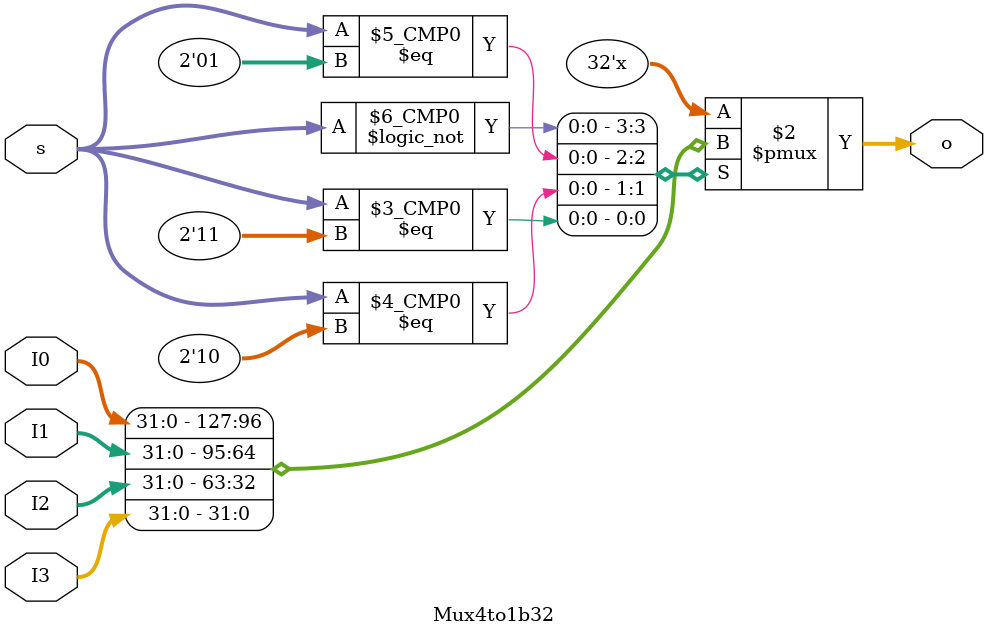
<source format=v>
`timescale 1ps / 1ps


module Mux4to1b32(
		input [1:0] s,
		input [31:0] I0,
		input [31:0] I1,
		input [31:0] I2,
		input [31:0] I3,
		output reg [31:0] o
		);
	always @(*) begin
		case(s)
			2'b00: o = I0;
			2'b01: o = I1;
			2'b10: o = I2;
			2'b11: o = I3;
			default: o = I0;
		endcase
	end
endmodule
</source>
